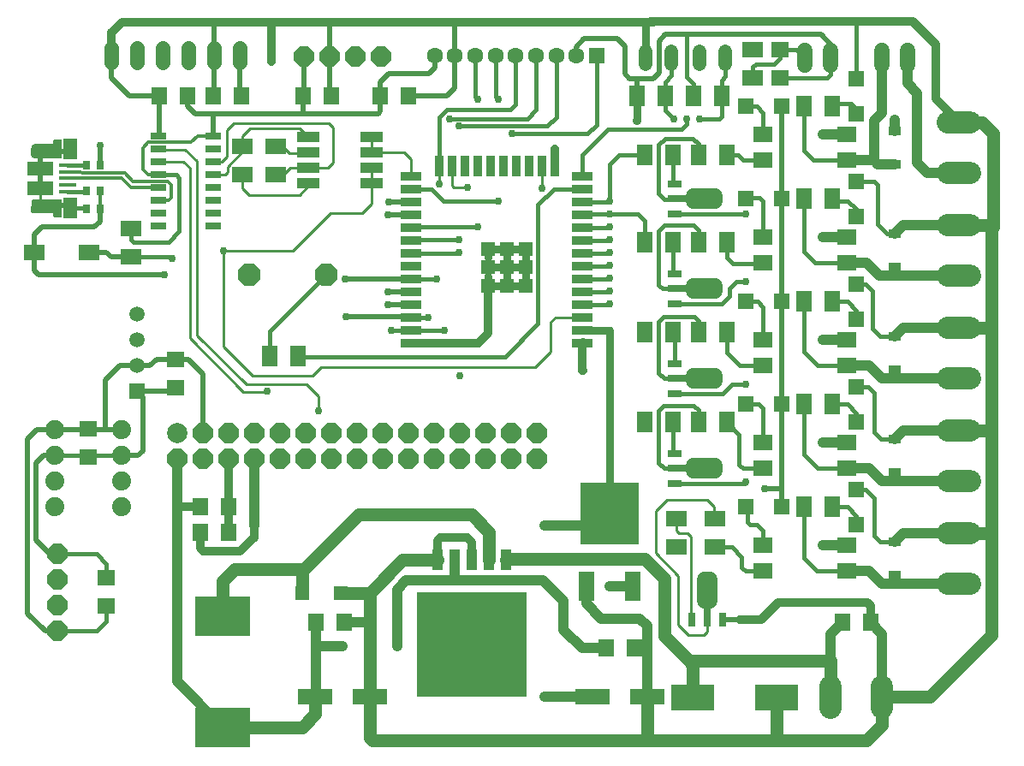
<source format=gtl>
G04 EAGLE Gerber RS-274X export*
G75*
%MOMM*%
%FSLAX34Y34*%
%LPD*%
%INTop Copper*%
%IPPOS*%
%AMOC8*
5,1,8,0,0,1.08239X$1,22.5*%
G01*
%ADD10C,2.184400*%
%ADD11R,1.600000X1.600000*%
%ADD12C,1.600000*%
%ADD13R,4.300000X2.500000*%
%ADD14R,1.600000X1.800000*%
%ADD15R,1.800000X1.600000*%
%ADD16R,3.500000X1.600000*%
%ADD17C,1.508000*%
%ADD18R,1.400000X1.400000*%
%ADD19R,1.220000X0.910000*%
%ADD20R,10.800000X10.410000*%
%ADD21R,1.066800X2.159000*%
%ADD22R,1.750000X0.400000*%
%ADD23R,1.460000X2.000000*%
%ADD24R,2.500000X1.425000*%
%ADD25C,1.000000*%
%ADD26C,1.100000*%
%ADD27R,1.900000X1.500000*%
%ADD28R,5.500000X4.000000*%
%ADD29R,0.700000X0.900000*%
%ADD30R,1.500000X1.500000*%
%ADD31R,5.800000X6.200000*%
%ADD32R,1.600000X3.000000*%
%ADD33P,2.164780X8X112.500000*%
%ADD34R,2.000000X1.600000*%
%ADD35R,1.600000X2.000000*%
%ADD36C,1.320800*%
%ADD37P,2.336880X8X22.500000*%
%ADD38C,2.000000*%
%ADD39P,2.164780X8X22.500000*%
%ADD40R,0.800000X1.400000*%
%ADD41R,0.800000X1.900000*%
%ADD42C,1.524000*%
%ADD43R,1.400000X0.800000*%
%ADD44R,1.900000X0.800000*%
%ADD45R,1.524000X0.635000*%
%ADD46R,1.508000X1.508000*%
%ADD47C,1.508000*%
%ADD48R,2.000000X0.900000*%
%ADD49R,0.900000X2.000000*%
%ADD50R,1.330000X1.330000*%
%ADD51C,0.762000*%
%ADD52P,2.164780X8X202.500000*%
%ADD53C,1.422400*%
%ADD54C,1.879600*%
%ADD55R,2.235200X1.016000*%
%ADD56C,0.812800*%
%ADD57C,0.756400*%
%ADD58C,1.270000*%
%ADD59C,0.762000*%
%ADD60C,1.016000*%
%ADD61C,0.304800*%
%ADD62C,0.508000*%
%ADD63C,0.406400*%
%ADD64C,0.254000*%

G36*
X51627Y599063D02*
X51627Y599063D01*
X51686Y599061D01*
X51767Y599083D01*
X51850Y599094D01*
X51904Y599118D01*
X51961Y599133D01*
X52033Y599176D01*
X52109Y599210D01*
X52155Y599248D01*
X52206Y599279D01*
X52263Y599339D01*
X52327Y599393D01*
X52360Y599442D01*
X52400Y599486D01*
X52438Y599560D01*
X52485Y599629D01*
X52503Y599686D01*
X52530Y599739D01*
X52541Y599806D01*
X52571Y599900D01*
X52574Y600001D01*
X52585Y600070D01*
X52585Y616370D01*
X52578Y616419D01*
X52579Y616430D01*
X52578Y616433D01*
X52579Y616478D01*
X52558Y616564D01*
X52545Y616652D01*
X52523Y616701D01*
X52510Y616754D01*
X52465Y616830D01*
X52429Y616911D01*
X52394Y616952D01*
X52366Y617000D01*
X52302Y617061D01*
X52246Y617128D01*
X52200Y617158D01*
X52161Y617196D01*
X52082Y617237D01*
X52009Y617286D01*
X51957Y617302D01*
X51909Y617327D01*
X51838Y617339D01*
X51738Y617371D01*
X51644Y617374D01*
X51578Y617385D01*
X45178Y617435D01*
X45116Y617427D01*
X45054Y617429D01*
X44976Y617408D01*
X44896Y617398D01*
X44839Y617373D01*
X44779Y617357D01*
X44710Y617316D01*
X44636Y617283D01*
X44588Y617243D01*
X44534Y617212D01*
X44479Y617153D01*
X44417Y617101D01*
X44382Y617050D01*
X44340Y617004D01*
X44303Y616933D01*
X44258Y616866D01*
X44239Y616807D01*
X44210Y616751D01*
X44199Y616685D01*
X44170Y616596D01*
X44167Y616490D01*
X44155Y616420D01*
X44155Y613683D01*
X26267Y613635D01*
X26052Y613604D01*
X26001Y613599D01*
X25236Y613389D01*
X25099Y613330D01*
X25025Y613304D01*
X24326Y612929D01*
X24206Y612841D01*
X24139Y612800D01*
X23541Y612279D01*
X23443Y612166D01*
X23387Y612111D01*
X22920Y611470D01*
X22850Y611338D01*
X22808Y611272D01*
X22495Y610543D01*
X22456Y610399D01*
X22429Y610326D01*
X22287Y609545D01*
X22281Y609396D01*
X22271Y609318D01*
X22305Y608548D01*
X22305Y602570D01*
X22323Y602440D01*
X22326Y602362D01*
X22468Y601683D01*
X22539Y601487D01*
X22556Y601433D01*
X22869Y600814D01*
X22988Y600643D01*
X23018Y600595D01*
X23481Y600078D01*
X23640Y599944D01*
X23682Y599905D01*
X24263Y599525D01*
X24451Y599437D01*
X24501Y599411D01*
X25160Y599194D01*
X25365Y599157D01*
X25421Y599145D01*
X26114Y599106D01*
X26144Y599109D01*
X26168Y599105D01*
X51568Y599055D01*
X51627Y599063D01*
G37*
G36*
X51628Y540933D02*
X51628Y540933D01*
X51686Y540931D01*
X51768Y540953D01*
X51852Y540965D01*
X51905Y540989D01*
X51961Y541003D01*
X52034Y541046D01*
X52111Y541081D01*
X52156Y541119D01*
X52206Y541149D01*
X52264Y541210D01*
X52328Y541265D01*
X52360Y541313D01*
X52400Y541356D01*
X52439Y541431D01*
X52486Y541501D01*
X52503Y541557D01*
X52530Y541609D01*
X52541Y541677D01*
X52571Y541772D01*
X52574Y541872D01*
X52585Y541940D01*
X52585Y557750D01*
X52577Y557808D01*
X52579Y557866D01*
X52557Y557948D01*
X52545Y558032D01*
X52522Y558085D01*
X52507Y558141D01*
X52464Y558214D01*
X52429Y558291D01*
X52391Y558336D01*
X52362Y558386D01*
X52300Y558444D01*
X52246Y558508D01*
X52197Y558540D01*
X52154Y558580D01*
X52079Y558619D01*
X52009Y558666D01*
X51953Y558683D01*
X51901Y558710D01*
X51833Y558721D01*
X51738Y558751D01*
X51638Y558754D01*
X51570Y558765D01*
X25470Y558765D01*
X25405Y558756D01*
X25355Y558759D01*
X24832Y558699D01*
X24631Y558647D01*
X24575Y558635D01*
X24086Y558442D01*
X23904Y558339D01*
X23854Y558314D01*
X23431Y558001D01*
X23319Y557891D01*
X23264Y557844D01*
X23254Y557829D01*
X23240Y557817D01*
X22913Y557405D01*
X22807Y557225D01*
X22776Y557178D01*
X22567Y556695D01*
X22511Y556494D01*
X22494Y556440D01*
X22416Y555920D01*
X22415Y555851D01*
X22405Y555799D01*
X22155Y547149D01*
X22162Y547087D01*
X22158Y547039D01*
X22191Y546632D01*
X22253Y546355D01*
X22262Y546338D01*
X22265Y546323D01*
X22422Y545947D01*
X22567Y545702D01*
X22581Y545689D01*
X22589Y545676D01*
X22854Y545366D01*
X23068Y545179D01*
X23083Y545171D01*
X23084Y545171D01*
X23085Y545170D01*
X23096Y545160D01*
X23444Y544948D01*
X23705Y544835D01*
X23724Y544833D01*
X23738Y544827D01*
X24135Y544732D01*
X24294Y544717D01*
X24370Y544705D01*
X44205Y544705D01*
X44205Y541940D01*
X44213Y541882D01*
X44211Y541824D01*
X44233Y541742D01*
X44245Y541659D01*
X44269Y541605D01*
X44283Y541549D01*
X44326Y541476D01*
X44361Y541399D01*
X44399Y541354D01*
X44429Y541304D01*
X44490Y541246D01*
X44545Y541182D01*
X44593Y541150D01*
X44636Y541110D01*
X44711Y541071D01*
X44781Y541025D01*
X44837Y541007D01*
X44889Y540980D01*
X44957Y540969D01*
X45052Y540939D01*
X45152Y540936D01*
X45220Y540925D01*
X51570Y540925D01*
X51628Y540933D01*
G37*
D10*
X813054Y55118D02*
X813054Y76962D01*
X863346Y76962D02*
X863346Y55118D01*
D11*
X581406Y700532D03*
D12*
X561406Y700532D03*
X541406Y700532D03*
X521406Y700532D03*
X501406Y700532D03*
X481406Y700532D03*
X461406Y700532D03*
X441406Y700532D03*
X421406Y700532D03*
D13*
X676656Y65786D03*
X759656Y65786D03*
D14*
X189200Y254000D03*
X217200Y254000D03*
D15*
X96774Y184180D03*
X96774Y156180D03*
X78740Y303500D03*
X78740Y331500D03*
X165100Y372080D03*
X165100Y400080D03*
D16*
X303200Y66040D03*
X357200Y66040D03*
D14*
X367000Y660400D03*
X395000Y660400D03*
X290800Y660400D03*
X318800Y660400D03*
X590520Y114300D03*
X618520Y114300D03*
D16*
X577520Y66040D03*
X631520Y66040D03*
D14*
X189200Y228600D03*
X217200Y228600D03*
X176560Y660400D03*
X148560Y660400D03*
X824200Y139700D03*
X852200Y139700D03*
X303500Y139700D03*
X331500Y139700D03*
D10*
X928878Y584454D02*
X950722Y584454D01*
X950722Y634746D02*
X928878Y634746D01*
D17*
X787400Y690960D02*
X787400Y706040D01*
X812800Y706040D02*
X812800Y690960D01*
D18*
X290118Y169164D03*
X328118Y169164D03*
D19*
X876300Y186825D03*
X876300Y219575D03*
X876300Y288425D03*
X876300Y321175D03*
X876300Y390025D03*
X876300Y422775D03*
X876300Y491625D03*
X876300Y524375D03*
X876300Y593225D03*
X876300Y625975D03*
D10*
X928878Y482854D02*
X950722Y482854D01*
X950722Y533146D02*
X928878Y533146D01*
D20*
X458216Y118364D03*
D21*
X492252Y201676D03*
X475234Y201676D03*
X458216Y201676D03*
X441198Y201676D03*
X424180Y201676D03*
D22*
X58420Y579120D03*
X58420Y585620D03*
X58420Y566120D03*
X58420Y572620D03*
D23*
X61170Y550120D03*
X61170Y608120D03*
D24*
X31670Y588745D03*
X31670Y569495D03*
D25*
X32670Y552120D03*
D26*
X33111Y606434D02*
X29111Y606434D01*
D22*
X58420Y592120D03*
D27*
X745900Y215900D03*
X745900Y190500D03*
X828900Y190500D03*
X828900Y215900D03*
X745900Y317500D03*
X745900Y292100D03*
X828900Y292100D03*
X828900Y317500D03*
X745900Y419100D03*
X745900Y393700D03*
X828900Y393700D03*
X828900Y419100D03*
X745900Y520700D03*
X745900Y495300D03*
X828900Y495300D03*
X828900Y520700D03*
X745900Y622300D03*
X745900Y596900D03*
X828900Y596900D03*
X828900Y622300D03*
D28*
X211836Y145932D03*
X211836Y35932D03*
D29*
X77320Y548640D03*
X90320Y548640D03*
X77320Y591820D03*
X90320Y591820D03*
X77320Y566420D03*
X90320Y566420D03*
D30*
X729260Y254000D03*
X764260Y254000D03*
X838200Y677900D03*
X838200Y642900D03*
X729260Y355600D03*
X764260Y355600D03*
X729260Y457200D03*
X764260Y457200D03*
X729260Y558800D03*
X764260Y558800D03*
X729260Y650240D03*
X764260Y650240D03*
X838200Y271500D03*
X838200Y236500D03*
X838200Y373100D03*
X838200Y338100D03*
X838200Y474700D03*
X838200Y439700D03*
X838200Y576300D03*
X838200Y541300D03*
D31*
X594106Y247828D03*
D32*
X571306Y176028D03*
X616906Y176028D03*
D33*
X292100Y699770D03*
X317500Y699770D03*
X342900Y699770D03*
X368300Y699770D03*
D17*
X863600Y706040D02*
X863600Y690960D01*
X889000Y690960D02*
X889000Y706040D01*
D34*
X660400Y214600D03*
X660400Y242600D03*
D35*
X709960Y601980D03*
X681960Y601980D03*
X786100Y254000D03*
X814100Y254000D03*
X786100Y355600D03*
X814100Y355600D03*
X786100Y457200D03*
X814100Y457200D03*
X786100Y558800D03*
X814100Y558800D03*
X285810Y403098D03*
X257810Y403098D03*
X628620Y337820D03*
X656620Y337820D03*
X676880Y660400D03*
X704880Y660400D03*
D34*
X121412Y501844D03*
X121412Y529844D03*
D35*
X621000Y660400D03*
X649000Y660400D03*
D36*
X683260Y691896D02*
X683260Y705104D01*
X708660Y705104D02*
X708660Y691896D01*
X629920Y691896D02*
X629920Y705104D01*
X655320Y705104D02*
X655320Y691896D01*
D34*
X735838Y678628D03*
X735838Y706628D03*
D35*
X786100Y650240D03*
X814100Y650240D03*
X628620Y426720D03*
X656620Y426720D03*
X628620Y515620D03*
X656620Y515620D03*
X628620Y601980D03*
X656620Y601980D03*
D34*
X698500Y214600D03*
X698500Y242600D03*
D35*
X709960Y337820D03*
X681960Y337820D03*
X709960Y426720D03*
X681960Y426720D03*
X709960Y515620D03*
X681960Y515620D03*
D37*
X237490Y483616D03*
X313690Y483616D03*
D10*
X928878Y178054D02*
X950722Y178054D01*
X950722Y228346D02*
X928878Y228346D01*
X928878Y279654D02*
X950722Y279654D01*
X950722Y329946D02*
X928878Y329946D01*
X928878Y381254D02*
X950722Y381254D01*
X950722Y431546D02*
X928878Y431546D01*
D38*
X166370Y326898D03*
D39*
X166370Y301498D03*
X191770Y326898D03*
X191770Y301498D03*
X217170Y326898D03*
X217170Y301498D03*
X242570Y326898D03*
X242570Y301498D03*
X267970Y326898D03*
X267970Y301498D03*
X293370Y326898D03*
X293370Y301498D03*
X318770Y326898D03*
X318770Y301498D03*
X344170Y326898D03*
X344170Y301498D03*
X369570Y326898D03*
X369570Y301498D03*
X394970Y326898D03*
X394970Y301498D03*
X420370Y326898D03*
X420370Y301498D03*
X445770Y326898D03*
X445770Y301498D03*
X471170Y326898D03*
X471170Y301498D03*
X496570Y326898D03*
X496570Y301498D03*
X521970Y326898D03*
X521970Y301498D03*
D40*
X675890Y142750D03*
X705870Y142750D03*
D41*
X690880Y145290D03*
D42*
X693420Y161330D02*
X688340Y161330D01*
X688340Y182590D01*
X693420Y182590D01*
X693420Y161330D01*
X693420Y175808D02*
X688340Y175808D01*
D43*
X658370Y307090D03*
X658370Y277110D03*
D44*
X660910Y292100D03*
D42*
X676950Y289560D02*
X676950Y294640D01*
X698210Y294640D01*
X698210Y289560D01*
X676950Y289560D01*
D43*
X658370Y395990D03*
X658370Y366010D03*
D44*
X660910Y381000D03*
D42*
X676950Y378460D02*
X676950Y383540D01*
X698210Y383540D01*
X698210Y378460D01*
X676950Y378460D01*
D43*
X658370Y484890D03*
X658370Y454910D03*
D44*
X660910Y469900D03*
D42*
X676950Y467360D02*
X676950Y472440D01*
X698210Y472440D01*
X698210Y467360D01*
X676950Y467360D01*
D43*
X658370Y573790D03*
X658370Y543810D03*
D44*
X660910Y558800D03*
D42*
X676950Y556260D02*
X676950Y561340D01*
X698210Y561340D01*
X698210Y556260D01*
X676950Y556260D01*
D45*
X148310Y608330D03*
X202210Y582930D03*
X148310Y621030D03*
X148310Y595630D03*
X148310Y582930D03*
X202210Y595630D03*
X202210Y570230D03*
X202210Y557530D03*
X148310Y557530D03*
X202210Y532130D03*
X148310Y570230D03*
X148310Y544830D03*
X202210Y544830D03*
X148310Y532130D03*
X202210Y608330D03*
X202210Y621030D03*
D46*
X127000Y368300D03*
D47*
X127000Y393700D03*
X127000Y419100D03*
X127000Y444500D03*
D48*
X567600Y581380D03*
X567600Y568680D03*
X567600Y555980D03*
X567600Y543280D03*
X567600Y530580D03*
X567600Y517880D03*
X567600Y505180D03*
X567600Y492480D03*
X567600Y479780D03*
X567600Y467080D03*
X567600Y454380D03*
X567600Y441680D03*
X567600Y428980D03*
X567600Y416280D03*
X397600Y581380D03*
X397600Y568680D03*
X397600Y555980D03*
X397600Y543280D03*
X397600Y530580D03*
X397600Y517880D03*
X397600Y505180D03*
X397600Y492480D03*
X397600Y479780D03*
X397600Y467080D03*
X397600Y454380D03*
X397600Y441680D03*
X397600Y428980D03*
X397600Y416280D03*
D49*
X476250Y591380D03*
X463550Y591380D03*
X450850Y591380D03*
X438150Y591380D03*
X425450Y591380D03*
X488950Y591380D03*
X501650Y591380D03*
X514350Y591380D03*
X527050Y591380D03*
X539750Y591380D03*
D50*
X492600Y491280D03*
X510950Y491280D03*
X474250Y491280D03*
X492600Y472930D03*
X510950Y472930D03*
X474250Y472930D03*
X492600Y509630D03*
X510950Y509630D03*
X474250Y509630D03*
D51*
X492600Y482105D03*
X510950Y482105D03*
X474250Y482105D03*
X510950Y500455D03*
X492600Y500455D03*
X474250Y500455D03*
X501775Y491280D03*
X483425Y491280D03*
X501775Y472930D03*
X483425Y472930D03*
X501775Y509630D03*
X483425Y509630D03*
D52*
X48006Y131318D03*
X48006Y156718D03*
X48006Y182118D03*
X48006Y207518D03*
D53*
X228600Y693928D02*
X228600Y708152D01*
X203200Y708152D02*
X203200Y693928D01*
X177800Y693928D02*
X177800Y708152D01*
X152400Y708152D02*
X152400Y693928D01*
X127000Y693928D02*
X127000Y708152D01*
X101600Y708152D02*
X101600Y693928D01*
D14*
X229900Y660400D03*
X201900Y660400D03*
D54*
X111760Y330200D03*
X111760Y304800D03*
X111760Y279400D03*
X111760Y254000D03*
X45720Y330200D03*
X45720Y304800D03*
X45720Y279400D03*
X45720Y254000D03*
D15*
X762762Y678628D03*
X762762Y706628D03*
D55*
X296672Y619760D03*
X296672Y604520D03*
X296672Y589280D03*
X296672Y574040D03*
X358648Y574040D03*
X358648Y589280D03*
X358648Y604520D03*
X358648Y619760D03*
D34*
X231140Y610900D03*
X231140Y582900D03*
X264160Y610900D03*
X264160Y582900D03*
X25578Y506222D03*
X79578Y506222D03*
D56*
X894080Y734060D02*
X916686Y711454D01*
X635233Y733998D02*
X635233Y734060D01*
X838708Y734060D02*
X894080Y734060D01*
X838708Y734060D02*
X833120Y734060D01*
X635233Y734060D01*
D57*
X723392Y142748D03*
X729234Y543814D03*
X729234Y375412D03*
D56*
X863600Y66294D02*
X863346Y66040D01*
D58*
X863600Y38100D02*
X848360Y22860D01*
X863600Y38100D02*
X863600Y66294D01*
X631520Y66040D02*
X631520Y22860D01*
X759714Y22860D01*
X848360Y22860D01*
D57*
X567690Y389128D03*
D59*
X492600Y491280D02*
X483425Y491280D01*
X483425Y509630D02*
X474250Y509630D01*
X474250Y500455D01*
X474250Y491280D02*
X483425Y491280D01*
X501775Y491280D02*
X510950Y491280D01*
X492600Y500455D02*
X492600Y509630D01*
X501775Y509630D02*
X510950Y509630D01*
X492600Y491280D02*
X492600Y482105D01*
X501775Y472930D02*
X510950Y472930D01*
X510950Y482105D02*
X510950Y491280D01*
X510950Y500455D02*
X510950Y509630D01*
X483425Y472930D02*
X474250Y472930D01*
X474250Y482105D01*
X492600Y491280D02*
X501775Y491280D01*
X492600Y509630D02*
X483425Y509630D01*
X492600Y509630D02*
X501775Y509630D01*
X510950Y500455D02*
X510950Y491280D01*
X510950Y482105D02*
X510950Y472930D01*
X501775Y472930D02*
X492600Y472930D01*
X483425Y472930D01*
X492600Y472930D02*
X492600Y482105D01*
X492600Y491280D02*
X492600Y500455D01*
D58*
X548640Y22860D02*
X631520Y22860D01*
D57*
X548640Y22860D03*
D60*
X586232Y143764D02*
X624332Y143764D01*
X631520Y136576D01*
X631520Y114554D01*
D58*
X357200Y66040D02*
X357200Y25832D01*
X360172Y22860D01*
X548640Y22860D01*
X357200Y144018D02*
X357200Y169240D01*
X357200Y144018D02*
X357200Y139700D01*
X357200Y66040D01*
D56*
X328118Y169164D02*
X328448Y169494D01*
X397600Y416280D02*
X464540Y416280D01*
X474250Y425990D02*
X474250Y472930D01*
X474250Y425990D02*
X464540Y416280D01*
D61*
X90320Y548640D02*
X90320Y566420D01*
D57*
X729234Y477012D03*
X729234Y278638D03*
D56*
X723392Y142748D02*
X744220Y142748D01*
X760984Y159512D01*
X637540Y733998D02*
X635233Y733998D01*
X441198Y733998D02*
X317754Y733998D01*
X260096Y733998D01*
X202692Y733998D01*
X112522Y733998D01*
X101600Y723076D01*
X101600Y701040D01*
D58*
X863346Y66040D02*
X910844Y66040D01*
D62*
X203200Y701040D02*
X203200Y733490D01*
X202692Y733998D01*
D60*
X876300Y524375D02*
X885071Y533146D01*
X939800Y533146D01*
X885071Y431546D02*
X876300Y422775D01*
X885071Y431546D02*
X939800Y431546D01*
X885071Y329946D02*
X876300Y321175D01*
X885071Y329946D02*
X939800Y329946D01*
X885071Y228346D02*
X876300Y219575D01*
X885071Y228346D02*
X939800Y228346D01*
X876300Y625975D02*
X876300Y637032D01*
D57*
X876300Y637032D03*
D63*
X833000Y733940D02*
X833120Y734060D01*
D56*
X916686Y657860D02*
X939800Y634746D01*
X916686Y657860D02*
X916686Y711454D01*
D58*
X971804Y127000D02*
X910844Y66040D01*
X971804Y127000D02*
X971804Y229362D01*
X971804Y330708D01*
X971804Y432054D01*
X971804Y532892D01*
X971550Y533146D02*
X939800Y533146D01*
X971550Y533146D02*
X971804Y532892D01*
X973582Y531114D01*
X971296Y431546D02*
X939800Y431546D01*
X971296Y431546D02*
X971804Y432054D01*
X971042Y329946D02*
X939800Y329946D01*
X971042Y329946D02*
X971804Y330708D01*
X970788Y228346D02*
X939800Y228346D01*
X970788Y228346D02*
X971804Y229362D01*
D56*
X539750Y591380D02*
X539750Y608330D01*
D57*
X539750Y608330D03*
D62*
X441406Y700532D02*
X441406Y733790D01*
X441198Y733998D01*
D56*
X629920Y733998D01*
X635233Y733998D01*
D63*
X149098Y621818D02*
X148310Y621030D01*
D62*
X126746Y393954D02*
X127000Y393700D01*
X126746Y393954D02*
X109982Y393954D01*
X18796Y321310D02*
X18796Y148844D01*
X36322Y131318D01*
X48006Y131318D01*
X18796Y321310D02*
X27686Y330200D01*
D56*
X260096Y694690D02*
X260096Y733998D01*
D57*
X260096Y694690D03*
X154432Y483616D03*
D58*
X389636Y201676D02*
X424180Y201676D01*
D56*
X424180Y220726D01*
X426974Y223520D02*
X453644Y223520D01*
X458216Y218948D01*
X458216Y201676D01*
X426974Y223520D02*
X424180Y220726D01*
D58*
X962406Y634746D02*
X973582Y623570D01*
X962406Y634746D02*
X939800Y634746D01*
X973582Y623570D02*
X973582Y531114D01*
D62*
X90320Y536598D02*
X90320Y548640D01*
X90320Y536598D02*
X84582Y530860D01*
D58*
X759656Y65786D02*
X759656Y22918D01*
X759714Y22860D01*
D62*
X148310Y658850D02*
X148560Y660400D01*
X101600Y678434D02*
X101600Y701040D01*
X119634Y660400D02*
X148560Y660400D01*
X119634Y660400D02*
X101600Y678434D01*
X317500Y660654D02*
X318800Y660400D01*
X148560Y660400D02*
X148560Y621280D01*
X148310Y621030D01*
X203200Y661700D02*
X203200Y701040D01*
X203200Y661700D02*
X201900Y660400D01*
X317500Y699770D02*
X317500Y733744D01*
X317754Y733998D01*
X317500Y699770D02*
X317500Y660654D01*
D63*
X87122Y131318D02*
X48006Y131318D01*
X96774Y140970D02*
X96774Y156180D01*
X96774Y140970D02*
X87122Y131318D01*
X77440Y330200D02*
X78740Y331500D01*
X80040Y330200D01*
D62*
X45720Y330200D02*
X27686Y330200D01*
X95758Y330200D02*
X95758Y379730D01*
X109982Y393954D01*
X80040Y330200D02*
X45720Y330200D01*
X95758Y330200D02*
X111760Y330200D01*
X95758Y330200D02*
X80040Y330200D01*
X146080Y400080D02*
X165100Y400080D01*
X139700Y393700D02*
X127000Y393700D01*
X139700Y393700D02*
X146080Y400080D01*
X165100Y400080D02*
X177516Y400080D01*
X191770Y385826D01*
X191770Y326898D01*
D58*
X357200Y169240D02*
X389636Y201676D01*
X338328Y169240D02*
X328194Y169240D01*
X338328Y169240D02*
X357200Y169240D01*
D60*
X217200Y301468D02*
X217170Y301498D01*
X356438Y144780D02*
X357200Y144018D01*
X357200Y139700D02*
X331500Y139700D01*
X631266Y114808D02*
X631520Y114554D01*
X619028Y114808D02*
X618520Y114300D01*
X619028Y114808D02*
X631266Y114808D01*
X631520Y114554D02*
X631520Y66040D01*
X852200Y139700D02*
X863600Y128300D01*
X863600Y66294D01*
D56*
X852200Y139700D02*
X852200Y156434D01*
X849122Y159512D02*
X760984Y159512D01*
X849122Y159512D02*
X852200Y156434D01*
X217170Y254030D02*
X217170Y301498D01*
X217170Y254030D02*
X217200Y254000D01*
X217200Y228600D01*
D62*
X395000Y660400D02*
X433070Y660400D01*
X441406Y668736D01*
X441406Y700532D01*
D63*
X838200Y677900D02*
X838200Y733552D01*
X838708Y734060D01*
D56*
X567880Y416560D02*
X567600Y416280D01*
X567600Y389218D01*
X567690Y389128D01*
D60*
X571306Y158690D02*
X586232Y143764D01*
X571306Y158690D02*
X571306Y176028D01*
D62*
X705870Y142750D02*
X723390Y142750D01*
X723392Y142748D01*
D63*
X727706Y277110D02*
X729234Y278638D01*
X727706Y277110D02*
X658370Y277110D01*
X658370Y366010D02*
X706116Y366010D01*
X715518Y375412D02*
X729234Y375412D01*
X715518Y375412D02*
X706116Y366010D01*
X705608Y454910D02*
X658370Y454910D01*
X713232Y462534D02*
X713232Y470662D01*
X719582Y477012D01*
X729234Y477012D01*
X713232Y462534D02*
X705608Y454910D01*
X729230Y543810D02*
X658370Y543810D01*
X729230Y543810D02*
X729234Y543814D01*
X838200Y576300D02*
X855752Y576300D01*
X859536Y572516D02*
X859536Y533400D01*
X868561Y524375D01*
X876300Y524375D01*
X859536Y572516D02*
X855752Y576300D01*
X847624Y474700D02*
X838200Y474700D01*
X847624Y474700D02*
X854202Y468122D01*
X854202Y430784D01*
X862211Y422775D01*
X876300Y422775D01*
X849910Y373100D02*
X838200Y373100D01*
X855726Y367284D02*
X855726Y328168D01*
X862719Y321175D01*
X876300Y321175D01*
X855726Y367284D02*
X849910Y373100D01*
X847624Y271500D02*
X838200Y271500D01*
X855980Y263144D02*
X855980Y225552D01*
X861957Y219575D01*
X876300Y219575D01*
X855980Y263144D02*
X847624Y271500D01*
D59*
X629920Y698500D02*
X629920Y733998D01*
D62*
X729742Y706628D02*
X735838Y706628D01*
D57*
X735838Y706628D03*
D62*
X25578Y523418D02*
X25578Y506222D01*
X25578Y523418D02*
X33020Y530860D01*
X84582Y530860D01*
X25578Y506222D02*
X25578Y488010D01*
X29972Y483616D01*
X154432Y483616D01*
X338328Y169240D02*
X338252Y169164D01*
X328118Y169164D01*
D57*
X594360Y505460D03*
D63*
X594080Y505180D02*
X567600Y505180D01*
X594080Y505180D02*
X594360Y505460D01*
D57*
X660400Y214600D03*
X805180Y622300D03*
X805180Y520700D03*
X805180Y419100D03*
X805180Y317500D03*
X805180Y215900D03*
D58*
X813054Y101600D02*
X813054Y66040D01*
X648208Y183134D02*
X628650Y202692D01*
X493268Y202692D01*
X492252Y201676D01*
D60*
X805180Y622300D02*
X828900Y622300D01*
X828900Y317500D02*
X805180Y317500D01*
X805180Y419100D02*
X828900Y419100D01*
X828900Y520700D02*
X805180Y520700D01*
X805180Y215900D02*
X828900Y215900D01*
D58*
X676656Y97790D02*
X676656Y65786D01*
X648208Y126238D02*
X648208Y183134D01*
X648208Y126238D02*
X672846Y101600D01*
X676656Y97790D01*
X672846Y101600D02*
X813054Y101600D01*
D60*
X813054Y128554D02*
X824200Y139700D01*
X813054Y128554D02*
X813054Y101600D01*
D59*
X594360Y429006D02*
X567600Y428980D01*
X594360Y429006D02*
X594360Y248082D01*
X594106Y247828D01*
D61*
X148310Y582930D02*
X137850Y582930D01*
X133024Y587756D01*
X133024Y609420D01*
X138285Y614680D01*
X186690Y621030D02*
X202210Y621030D01*
X180340Y614680D02*
X138285Y614680D01*
X180340Y614680D02*
X186690Y621030D01*
D57*
X529590Y235966D03*
D60*
X592506Y247828D02*
X594106Y247828D01*
D57*
X529590Y66294D03*
D60*
X577266Y66294D01*
X577520Y66040D01*
X582244Y235966D02*
X529590Y235966D01*
X582244Y235966D02*
X594106Y247828D01*
D57*
X594360Y429006D03*
X620776Y636270D03*
D62*
X643128Y683260D02*
X643128Y715264D01*
X649224Y721360D01*
X670306Y721360D01*
X803148Y721360D02*
X812800Y711708D01*
X561406Y709488D02*
X561406Y700532D01*
X569214Y717296D02*
X601980Y717296D01*
X569214Y717296D02*
X561406Y709488D01*
D57*
X242570Y235966D03*
D60*
X242570Y301498D01*
D62*
X132588Y362712D02*
X127000Y368300D01*
X132588Y362712D02*
X132588Y309372D01*
X48006Y207518D02*
X40640Y207518D01*
X26924Y221234D01*
X812800Y698500D02*
X812800Y711708D01*
X202184Y643128D02*
X184150Y643128D01*
X202184Y621056D02*
X202210Y621030D01*
X202184Y621056D02*
X202184Y643128D01*
X290800Y660400D02*
X292100Y661730D01*
X176560Y660400D02*
X176560Y650718D01*
X184150Y643128D01*
X292100Y661730D02*
X292100Y699770D01*
D63*
X87122Y207518D02*
X48006Y207518D01*
X96774Y197866D02*
X96774Y184180D01*
X96774Y197866D02*
X87122Y207518D01*
X77440Y304800D02*
X45720Y304800D01*
X77440Y304800D02*
X78740Y303500D01*
X77440Y304800D02*
X111760Y304800D01*
D62*
X45720Y304800D02*
X34290Y304800D01*
X26924Y297434D01*
X26924Y221234D01*
X111760Y304800D02*
X128016Y304800D01*
X132588Y309372D01*
X161320Y368300D02*
X165100Y372080D01*
X161320Y368300D02*
X127000Y368300D01*
D56*
X189200Y228600D02*
X189200Y213644D01*
X192532Y210312D02*
X228600Y210312D01*
X242570Y224282D01*
X242570Y235966D01*
X192532Y210312D02*
X189200Y213644D01*
D62*
X367538Y659862D02*
X367000Y660400D01*
X367538Y659862D02*
X367538Y645160D01*
X365506Y643128D01*
X290576Y643128D01*
X202184Y643128D01*
X367000Y660400D02*
X367000Y674086D01*
X421406Y688614D02*
X421406Y700532D01*
X375666Y682752D02*
X367000Y674086D01*
X375666Y682752D02*
X415544Y682752D01*
X421406Y688614D01*
X609570Y682498D02*
X609570Y709706D01*
X621000Y677926D02*
X621000Y660400D01*
X609570Y709706D02*
X601980Y717296D01*
X637794Y677926D02*
X643128Y683260D01*
X637794Y677926D02*
X621000Y677926D01*
D63*
X670306Y679166D02*
X670306Y721360D01*
X676880Y672592D02*
X676880Y660400D01*
X676880Y672592D02*
X670306Y679166D01*
D59*
X621000Y660400D02*
X621000Y636494D01*
X620776Y636270D01*
D62*
X614142Y677926D02*
X609570Y682498D01*
X614142Y677926D02*
X621000Y677926D01*
X670306Y721360D02*
X803148Y721360D01*
D63*
X812800Y698500D02*
X812800Y681736D01*
X809692Y678628D02*
X762762Y678628D01*
X809692Y678628D02*
X812800Y681736D01*
X121412Y529844D02*
X121412Y518922D01*
X123952Y516382D02*
X157988Y516382D01*
X168656Y527050D01*
X165608Y582930D02*
X148310Y582930D01*
X121412Y518922D02*
X123952Y516382D01*
X168656Y527050D02*
X168656Y579882D01*
X165608Y582930D01*
D62*
X290800Y643352D02*
X290800Y660400D01*
X290800Y643352D02*
X290576Y643128D01*
X375438Y454380D02*
X397600Y454380D01*
X375438Y454380D02*
X375412Y454406D01*
D57*
X375412Y454406D03*
D64*
X172720Y595630D02*
X148310Y595630D01*
X179070Y589280D02*
X179070Y420878D01*
X179070Y589280D02*
X172720Y595630D01*
X231902Y368046D02*
X255524Y368046D01*
X255524Y368300D01*
D57*
X255524Y368300D03*
D64*
X231902Y368046D02*
X179070Y420878D01*
D63*
X148790Y607850D02*
X148310Y608330D01*
D57*
X306070Y349504D03*
D64*
X148818Y607822D02*
X148790Y607850D01*
X148818Y607822D02*
X174752Y607822D01*
X186182Y596392D01*
X234950Y375158D02*
X294386Y375158D01*
X306070Y363474D01*
X306070Y349504D01*
X186182Y423926D02*
X186182Y596392D01*
X186182Y423926D02*
X234950Y375158D01*
D62*
X374930Y467080D02*
X397600Y467080D01*
X374930Y467080D02*
X374904Y467106D01*
D57*
X374904Y467106D03*
X747268Y272034D03*
X594106Y175260D03*
D62*
X616906Y176028D02*
X617674Y175260D01*
D57*
X576938Y114300D03*
D58*
X289932Y35932D02*
X211836Y35932D01*
X303200Y49200D02*
X303200Y66040D01*
X303200Y49200D02*
X289932Y35932D01*
D57*
X384302Y116078D03*
D58*
X303276Y66116D02*
X303200Y66040D01*
D60*
X384302Y116078D02*
X384302Y172466D01*
X393192Y181356D02*
X440944Y181356D01*
X528320Y181356D01*
X548640Y161036D01*
X548640Y132588D01*
X566928Y114300D01*
X576938Y114300D01*
X393192Y181356D02*
X384302Y172466D01*
X441198Y181610D02*
X441198Y201676D01*
X441198Y181610D02*
X440944Y181356D01*
X166370Y254000D02*
X166370Y301498D01*
X166370Y254000D02*
X166370Y81398D01*
X211836Y35932D01*
D57*
X90170Y611632D03*
D62*
X90170Y591970D01*
X90320Y591820D01*
X228600Y661700D02*
X228600Y701040D01*
X228600Y661700D02*
X229900Y660400D01*
D60*
X303500Y139700D02*
X303276Y139476D01*
X576938Y114300D02*
X590520Y114300D01*
D56*
X189200Y254000D02*
X166370Y254000D01*
D62*
X764260Y560070D02*
X764260Y649224D01*
X764260Y560070D02*
X764260Y457962D01*
D60*
X617674Y175260D02*
X594106Y175260D01*
D64*
X764260Y558800D02*
X764260Y560070D01*
X764260Y649224D02*
X764260Y650240D01*
X764260Y457962D02*
X764260Y457200D01*
D62*
X764260Y457962D02*
X764260Y355600D01*
X764260Y272288D01*
X764260Y254000D01*
X764006Y272034D02*
X747268Y272034D01*
X764006Y272034D02*
X764260Y272288D01*
D60*
X303500Y139700D02*
X303500Y116078D01*
X303500Y66340D01*
X303200Y66040D01*
D57*
X329946Y116078D03*
D60*
X303500Y116078D01*
D57*
X414528Y441452D03*
D63*
X414300Y441680D01*
X397600Y441680D01*
D57*
X333248Y442468D03*
D62*
X396812Y442468D01*
X397600Y441680D01*
D57*
X423164Y479552D03*
D63*
X397828Y479552D01*
X397600Y479780D01*
D57*
X332486Y479806D03*
D62*
X397574Y479806D01*
X397828Y479552D01*
D63*
X435864Y638330D02*
X512854Y638330D01*
D57*
X435864Y638330D03*
X430784Y429006D03*
D63*
X397626Y429006D01*
X397600Y428980D01*
X521406Y646882D02*
X521406Y700532D01*
X521406Y646882D02*
X512854Y638330D01*
X397600Y428980D02*
X378232Y428980D01*
X378206Y429006D01*
D57*
X378206Y429006D03*
D63*
X497840Y623316D02*
X572516Y623316D01*
D57*
X497840Y623316D03*
X445516Y505460D03*
D63*
X445236Y505180D01*
X397600Y505180D01*
X581406Y632206D02*
X581406Y700532D01*
X581406Y632206D02*
X572516Y623316D01*
D57*
X445996Y384302D03*
D63*
X445008Y630936D02*
X532384Y630936D01*
D57*
X445008Y630936D03*
X445008Y518160D03*
D63*
X397880Y518160D01*
X397600Y517880D01*
X541406Y639958D02*
X541406Y700532D01*
X541406Y639958D02*
X532384Y630936D01*
D57*
X464312Y657352D03*
X464312Y530860D03*
D63*
X397880Y530860D01*
X397600Y530580D01*
X461406Y660258D02*
X461406Y700532D01*
X461406Y660258D02*
X464312Y657352D01*
X538962Y568680D02*
X567600Y568680D01*
X538962Y568680D02*
X523240Y552958D01*
X523240Y435356D01*
X490728Y402844D01*
X286064Y402844D02*
X285810Y403098D01*
X286064Y402844D02*
X490728Y402844D01*
D57*
X594360Y543560D03*
D63*
X567880Y543560D02*
X567600Y543280D01*
X567880Y543560D02*
X594360Y543560D01*
X622554Y543560D01*
X628620Y537494D02*
X628620Y515620D01*
X628620Y537494D02*
X622554Y543560D01*
D57*
X594360Y556260D03*
D63*
X594080Y555980D02*
X567600Y555980D01*
X594080Y555980D02*
X594360Y556260D01*
X594360Y592836D01*
X603504Y601980D02*
X628620Y601980D01*
X603504Y601980D02*
X594360Y592836D01*
D64*
X567600Y441680D02*
X540740Y441680D01*
D57*
X212598Y507492D03*
D64*
X520954Y392684D02*
X536194Y407924D01*
X536194Y437134D02*
X540740Y441680D01*
X536194Y437134D02*
X536194Y407924D01*
D57*
X161798Y500126D03*
D64*
X212598Y507492D02*
X280924Y507492D01*
X300482Y384048D02*
X241300Y384048D01*
X212598Y412750D01*
X212598Y507492D01*
X309118Y392684D02*
X520954Y392684D01*
X309118Y392684D02*
X300482Y384048D01*
D63*
X121412Y501844D02*
X121098Y502158D01*
X121412Y501844D02*
X160080Y501844D01*
X161798Y500126D01*
D64*
X358648Y574040D02*
X358648Y589280D01*
X358648Y574040D02*
X358648Y553720D01*
X349504Y544576D02*
X318008Y544576D01*
X280924Y507492D01*
X349504Y544576D02*
X358648Y553720D01*
D62*
X96774Y506222D02*
X79578Y506222D01*
X101152Y501844D02*
X121412Y501844D01*
X101152Y501844D02*
X96774Y506222D01*
D64*
X358648Y604520D02*
X358648Y619760D01*
X358648Y604520D02*
X391414Y604520D01*
X397600Y598334D02*
X397600Y581380D01*
X397600Y598334D02*
X391414Y604520D01*
D57*
X594360Y467360D03*
D63*
X594080Y467080D02*
X567600Y467080D01*
X594080Y467080D02*
X594360Y467360D01*
D57*
X594360Y454660D03*
D63*
X594080Y454380D02*
X567600Y454380D01*
X594080Y454380D02*
X594360Y454660D01*
D64*
X214122Y582930D02*
X202210Y582930D01*
X214122Y582930D02*
X216408Y585216D01*
X216408Y590804D01*
X231140Y605536D02*
X231140Y610900D01*
X231140Y605536D02*
X216408Y590804D01*
X231140Y610900D02*
X231140Y621030D01*
X287528Y628904D02*
X296672Y619760D01*
X239014Y628904D02*
X231140Y621030D01*
X239014Y628904D02*
X287528Y628904D01*
X210820Y595630D02*
X202210Y595630D01*
X210820Y595630D02*
X215900Y600710D01*
X215900Y626618D01*
X264160Y582900D02*
X272004Y582900D01*
X278384Y589280D02*
X296672Y589280D01*
X278384Y589280D02*
X272004Y582900D01*
X320802Y629412D02*
X316484Y633730D01*
X320802Y629412D02*
X320802Y594614D01*
X315468Y589280D02*
X296672Y589280D01*
X223012Y633730D02*
X215900Y626618D01*
X223012Y633730D02*
X316484Y633730D01*
X320802Y594614D02*
X315468Y589280D01*
D58*
X223520Y192532D02*
X211836Y180848D01*
X475234Y201676D02*
X475234Y229362D01*
X292354Y192532D02*
X223520Y192532D01*
X292354Y192532D02*
X346456Y246634D01*
X457962Y246634D01*
X475234Y229362D01*
X290118Y190296D02*
X290118Y169164D01*
X290118Y190296D02*
X292354Y192532D01*
X211836Y180848D02*
X211836Y145932D01*
D64*
X660400Y242600D02*
X660654Y242346D01*
X660654Y230632D01*
X662940Y228346D01*
X671576Y228346D01*
X674878Y225044D01*
X674878Y143762D02*
X675890Y142750D01*
X674878Y143762D02*
X674878Y225044D01*
X697230Y243870D02*
X698500Y242600D01*
X697230Y243870D02*
X697230Y254254D01*
X690626Y260858D01*
X650748Y260858D01*
X640080Y250190D01*
X672084Y127508D02*
X687832Y127508D01*
X690880Y130556D01*
X690880Y145290D01*
X640080Y208280D02*
X640080Y250190D01*
X640080Y208280D02*
X662178Y186182D01*
X662178Y137414D01*
X672084Y127508D01*
D60*
X828900Y292100D02*
X850900Y292100D01*
X863346Y279654D02*
X875284Y279654D01*
X939800Y279654D01*
X863346Y279654D02*
X850900Y292100D01*
D62*
X876300Y288425D02*
X876300Y280670D01*
X875284Y279654D01*
D63*
X786100Y306100D02*
X786100Y355600D01*
X800100Y292100D02*
X828900Y292100D01*
X800100Y292100D02*
X786100Y306100D01*
X656620Y308840D02*
X656620Y337820D01*
X656620Y308840D02*
X658370Y307090D01*
X660910Y292100D02*
X648208Y292100D01*
X642620Y297688D02*
X642620Y348996D01*
X647700Y354076D01*
X677672Y354076D01*
X681960Y349788D01*
X681960Y337820D01*
X642620Y297688D02*
X648208Y292100D01*
X814100Y355600D02*
X829564Y355600D01*
X838200Y346964D02*
X838200Y338100D01*
X838200Y346964D02*
X829564Y355600D01*
D60*
X828900Y393700D02*
X850900Y393700D01*
X863346Y381254D02*
X876808Y381254D01*
X939800Y381254D01*
X863346Y381254D02*
X850900Y393700D01*
D62*
X876300Y390025D02*
X876808Y389517D01*
X876808Y381254D01*
D63*
X786100Y407446D02*
X786100Y457200D01*
X799846Y393700D02*
X828900Y393700D01*
X799846Y393700D02*
X786100Y407446D01*
X658370Y424970D02*
X656620Y426720D01*
X658370Y424970D02*
X658370Y395990D01*
X660910Y381000D02*
X648462Y381000D01*
X642620Y437527D02*
X647561Y442468D01*
X681960Y438434D02*
X681960Y426720D01*
X642620Y386842D02*
X648462Y381000D01*
X642620Y386842D02*
X642620Y437527D01*
X647561Y442468D02*
X677926Y442468D01*
X681960Y438434D01*
X814100Y457200D02*
X829310Y457200D01*
X838200Y448310D02*
X838200Y439700D01*
X838200Y448310D02*
X829310Y457200D01*
D60*
X828900Y495300D02*
X848360Y495300D01*
X860806Y482854D02*
X877570Y482854D01*
X939800Y482854D01*
X860806Y482854D02*
X848360Y495300D01*
D62*
X876300Y491625D02*
X877570Y490355D01*
X877570Y482854D01*
D63*
X786100Y506760D02*
X786100Y558800D01*
X797560Y495300D02*
X828900Y495300D01*
X797560Y495300D02*
X786100Y506760D01*
X656620Y515620D02*
X656620Y486640D01*
X658370Y484890D01*
X660910Y469900D02*
X646430Y469900D01*
X642874Y527304D02*
X648208Y532638D01*
X677164Y532638D01*
X681960Y527842D02*
X681960Y515620D01*
X642874Y473456D02*
X646430Y469900D01*
X642874Y473456D02*
X642874Y527304D01*
X677164Y532638D02*
X681960Y527842D01*
D64*
X814100Y558800D02*
X815878Y557022D01*
D63*
X830072Y557022D01*
X838200Y548894D01*
X838200Y541300D01*
X257810Y427736D02*
X257810Y403098D01*
X257810Y427736D02*
X313690Y483616D01*
D57*
X594360Y518160D03*
D63*
X594080Y517880D02*
X567600Y517880D01*
X594080Y517880D02*
X594360Y518160D01*
D57*
X628620Y337820D03*
X594360Y530860D03*
D63*
X594080Y530580D02*
X567600Y530580D01*
X594080Y530580D02*
X594360Y530860D01*
D57*
X628620Y426720D03*
D63*
X629158Y426182D01*
X629158Y421386D01*
X628620Y421924D01*
X628620Y426720D01*
D57*
X683260Y637540D03*
X594360Y480060D03*
D63*
X594080Y479780D02*
X567600Y479780D01*
X594080Y479780D02*
X594360Y480060D01*
X683260Y637540D02*
X702310Y637540D01*
X704880Y656844D02*
X704880Y660400D01*
X704880Y656844D02*
X704880Y640110D01*
X702310Y637540D01*
X708660Y679958D02*
X708660Y698500D01*
X704880Y676178D02*
X704880Y660400D01*
X704880Y676178D02*
X708660Y679958D01*
X729260Y254000D02*
X730758Y252502D01*
X730758Y243586D01*
X730758Y239522D01*
X733552Y236728D01*
X740156Y236728D01*
X745900Y230984D01*
X745900Y215900D01*
X741934Y355600D02*
X729260Y355600D01*
X741934Y355600D02*
X745900Y351634D01*
X745900Y317500D01*
X740664Y457200D02*
X729260Y457200D01*
X745900Y451964D02*
X745900Y419100D01*
X745900Y451964D02*
X740664Y457200D01*
X729260Y558800D02*
X730530Y560070D01*
X742188Y560070D01*
X745900Y556358D01*
X745900Y520700D01*
X814100Y254000D02*
X829564Y254000D01*
X838200Y245364D02*
X838200Y236500D01*
X838200Y245364D02*
X829564Y254000D01*
D60*
X828900Y190500D02*
X850900Y190500D01*
X863346Y178054D02*
X875538Y178054D01*
X939800Y178054D01*
X863346Y178054D02*
X850900Y190500D01*
D62*
X876300Y186825D02*
X876300Y178816D01*
X875538Y178054D01*
D63*
X786100Y203484D02*
X786100Y254000D01*
X799084Y190500D02*
X828900Y190500D01*
X799084Y190500D02*
X786100Y203484D01*
D57*
X594360Y492760D03*
X657860Y637540D03*
D63*
X594080Y492480D02*
X567600Y492480D01*
X594080Y492480D02*
X594360Y492760D01*
X649000Y658368D02*
X649000Y660400D01*
X649000Y658368D02*
X649000Y646400D01*
X657860Y637540D01*
X655320Y680974D02*
X655320Y698500D01*
X649000Y674654D02*
X649000Y660400D01*
X649000Y674654D02*
X655320Y680974D01*
X425450Y639318D02*
X425450Y591380D01*
X433324Y647192D02*
X496316Y647192D01*
X433324Y647192D02*
X425450Y639318D01*
X501406Y652282D02*
X501406Y700532D01*
X501406Y652282D02*
X496316Y647192D01*
D64*
X425450Y591380D02*
X425450Y573278D01*
D57*
X425450Y573278D03*
X670560Y637540D03*
D63*
X670560Y633242D01*
X665644Y627380D01*
X592772Y627380D01*
X567600Y602208D01*
X567600Y581380D01*
X762762Y706628D02*
X779272Y706628D01*
X787400Y698500D01*
X735838Y689356D02*
X735838Y678628D01*
X738760Y692278D02*
X757217Y692278D01*
X762762Y697823D02*
X762762Y706628D01*
X762762Y697823D02*
X757217Y692278D01*
X738760Y692278D02*
X735838Y689356D01*
D57*
X527050Y569722D03*
D64*
X527050Y591380D01*
X438150Y591380D02*
X438150Y572008D01*
X440182Y569976D01*
X454124Y569976D01*
D57*
X454124Y569976D03*
X484124Y657352D03*
X484124Y556768D03*
D63*
X429832Y556768D01*
X417920Y568680D02*
X397600Y568680D01*
X417920Y568680D02*
X429832Y556768D01*
X481406Y660070D02*
X481406Y700532D01*
X481406Y660070D02*
X484124Y657352D01*
D62*
X397600Y555980D02*
X375438Y555980D01*
D57*
X375438Y555980D03*
D62*
X375386Y543280D02*
X397600Y543280D01*
D57*
X375386Y543280D03*
D63*
X656620Y575540D02*
X658370Y573790D01*
X656620Y575540D02*
X656620Y601980D01*
X660910Y558800D02*
X660402Y558292D01*
X648208Y558292D01*
X642620Y563880D01*
X642620Y612140D01*
X649224Y618744D01*
X681960Y613186D02*
X681960Y601980D01*
X676402Y618744D02*
X649224Y618744D01*
X676402Y618744D02*
X681960Y613186D01*
X837386Y642112D02*
X838200Y642900D01*
X817402Y653542D02*
X814100Y650240D01*
X817402Y653542D02*
X832866Y653542D01*
X837386Y649022D01*
X837386Y642112D01*
X745900Y643988D02*
X745900Y622300D01*
X745900Y643988D02*
X739648Y650240D01*
X729260Y650240D01*
X724780Y194700D02*
X728980Y190500D01*
X745900Y190500D01*
X715040Y214600D02*
X698500Y214600D01*
X724780Y204860D02*
X724780Y194700D01*
X724780Y204860D02*
X715040Y214600D01*
X726440Y292100D02*
X722240Y296300D01*
X726440Y292100D02*
X745900Y292100D01*
X722240Y325540D02*
X709960Y337820D01*
X722240Y325540D02*
X722240Y296300D01*
X709960Y407132D02*
X709960Y426720D01*
X723392Y393700D02*
X745900Y393700D01*
X723392Y393700D02*
X709960Y407132D01*
X709960Y500858D02*
X709960Y515620D01*
X709960Y500858D02*
X716280Y494538D01*
X745138Y494538D01*
X745900Y495300D01*
X745900Y596900D02*
X726440Y596900D01*
X721360Y601980D02*
X709960Y601980D01*
X721360Y601980D02*
X726440Y596900D01*
D60*
X889000Y673100D02*
X889000Y698500D01*
X889000Y673100D02*
X898398Y663702D01*
X898398Y594360D01*
X908304Y584454D02*
X939800Y584454D01*
X908304Y584454D02*
X898398Y594360D01*
X833120Y596900D02*
X828900Y596900D01*
X833120Y596900D02*
X855980Y596900D01*
X863600Y643890D02*
X863600Y698500D01*
D63*
X833120Y596900D02*
X795528Y596900D01*
D60*
X855980Y596900D02*
X855980Y636270D01*
X863600Y643890D01*
X859655Y593225D02*
X876300Y593225D01*
X859655Y593225D02*
X855980Y596900D01*
D63*
X786100Y606328D02*
X786100Y650240D01*
X786100Y606328D02*
X795528Y596900D01*
D61*
X71210Y585620D02*
X58420Y585620D01*
X71210Y585620D02*
X72558Y584272D01*
X115244Y584272D01*
X157193Y576453D02*
X158978Y574668D01*
X158978Y574574D01*
X160528Y573024D01*
X157193Y576453D02*
X123063Y576453D01*
X160528Y573024D02*
X160528Y559816D01*
X158242Y557530D02*
X148310Y557530D01*
X123063Y576453D02*
X115244Y584272D01*
X158242Y557530D02*
X160528Y559816D01*
X148310Y570230D02*
X120650Y570230D01*
X111760Y579120D01*
X58420Y579120D01*
D63*
X58420Y592120D02*
X77020Y592120D01*
X77320Y591820D01*
X77020Y566120D02*
X58420Y566120D01*
X77020Y566120D02*
X77320Y566420D01*
X65278Y550120D02*
X61170Y550120D01*
X65278Y550120D02*
X75840Y550120D01*
X77320Y548640D01*
D62*
X59484Y606434D02*
X61170Y608120D01*
X31670Y569495D02*
X32670Y568495D01*
X63278Y552120D02*
X65278Y550120D01*
X58925Y605875D02*
X61170Y608120D01*
X58925Y605875D02*
X31670Y605875D01*
X31111Y606434D01*
X31670Y605875D02*
X31670Y588745D01*
X31670Y569495D01*
X32670Y552120D02*
X59170Y552120D01*
X61170Y550120D01*
D64*
X32670Y552120D02*
X31670Y553120D01*
X31670Y569495D01*
X231140Y569722D02*
X231140Y582900D01*
X237998Y562864D02*
X287782Y562864D01*
X296672Y571754D01*
X296672Y574040D01*
X237998Y562864D02*
X231140Y569722D01*
X264160Y610900D02*
X270734Y610900D01*
X277368Y604266D01*
X296418Y604266D01*
X296672Y604520D01*
M02*

</source>
